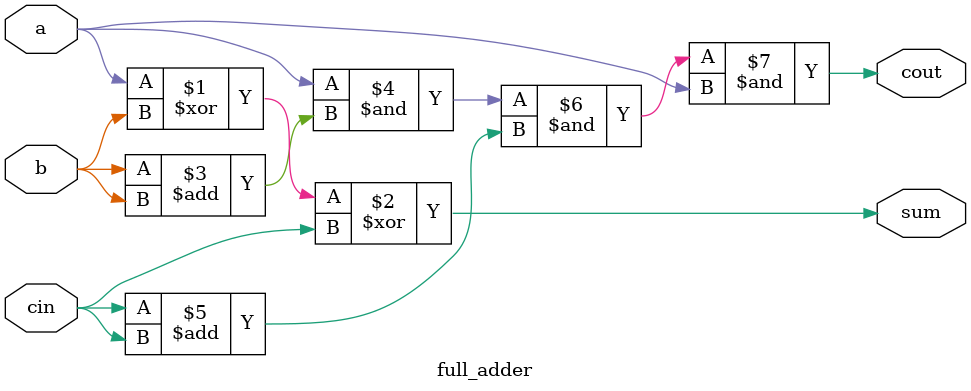
<source format=sv>
`timescale 10ns / 1ns

module carry_select_adder(input [15:0] a,b,
			  input cin,
			  output reg [15:0] sum,
			  output cout
			  );


wire [2:0] c;

ripple_carry_4_bit rca1(
			.a(a[3:0]),
			.b(b[3:0]),
			.cin(cin),
			.sum(sum[3:0]),
			.cout(c[0])
			);

carry_select_adder_4bit_slice csa_slice1(
					.a(a[7:4]),
					.b(b[7:4]),
					.cin(c[0]),
					.sum(sum[7:4]),
					.cout(c[1])
					);

carry_select_adder_4bit_slice csa_slice2(
					.a(a[11:8]),
					.b(b[11:8]),
					.cin(c[1]),
					.sum(sum[11:8]), 
					.cout(c[2])
					);

carry_select_adder_4bit_slice csa_slice3(
					.a(a[15:12]),
					.b(b[15:12]),
					.cin(c[2]),
					.sum(sum[15:12]),
					.cout(cout)
					);
endmodule


module carry_select_adder_4bit_slice(input [3:0] a,b,
 				     input cin,
				     output [3:0] sum,
				     output cout
				     );

wire [3:0] s0,s1;
wire c0,c1;

ripple_carry_4_bit rca1(
			.a(a[3:0]),
			.b(b[3:0]),
			.cin(1'b0),
			.sum(s0[3:0]),
			.cout(c0)
			);

ripple_carry_4_bit rca2(
			.a(a[3:0]),
			.b(b[3:0]),
			.cin(1'b1),
			.sum(s1[3:0]),
			.cout(c1)
			);

mux2X1 #(4) ms0(
		.in0(s0[3:0]),
		.in1(s1[3:0]),
		.sel(cin),
		.out(sum[3:0])
		);

mux2X1 #(1) mc0(
		.in0(c0),
		.in1(c1),
		.sel(cin),
		.out(cout)
		);
endmodule



module mux2X1 #(parameter width = 16)( input [width-1:0] in0,in1,
				       				   input sel,
				                       output [width-1:0] out
				     				 );


assign out=sel?in1:in0;

endmodule



module ripple_carry_4_bit(input [3:0] a,b,
			  input cin,
			  output [3:0] sum,
			  output cout
			  );


wire c1,c2,c3;

full_adder fa0(
.a(a[0]),
.b(b[0]),
.cin(cin),
.sum(sum[0]),
.cout(c1));

full_adder fa1(
.a(a[1]),
.b(b[1]),
.cin(c1),
.sum(sum[1]),
.cout(c2));

full_adder fa2(
.a(a[2]),
.b(b[2]),
.cin(c2),
.sum(sum[2]),
.cout(c3));

full_adder fa3(
.a(a[3]),
.b(b[3]),
.cin(c3),
.sum(sum[3]),
.cout(cout));
endmodule



module full_adder(input a,b,cin,
		  output reg sum, cout
		 );

assign sum = a^b^cin;
assign cout = a&b + b&cin + cin&a;

endmodule


// module mux2X1(input in0,in1,
// 	      input sel,
// 	      output out
// 	      );

// assign out=sel?in1:in0;

//endmodule

</source>
